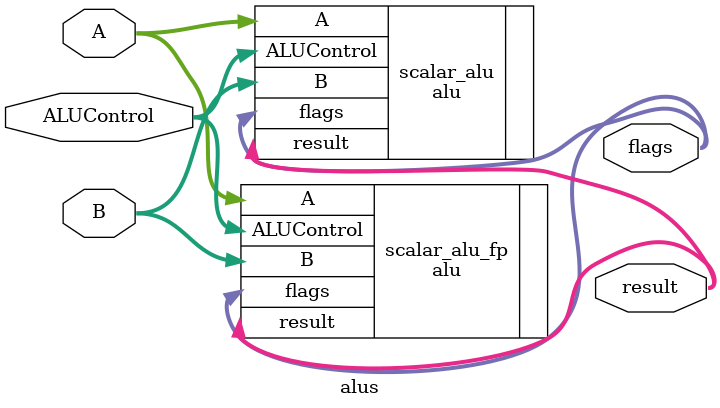
<source format=sv>
/*
Modulo para instancias alu escalar normal y de punto fijo
Date: 7/04/24
HACER TESTBENCH 
*/

`timescale 1 ps / 100 fs

module alus #(parameter N = 24)(
        input [N-1:0]           A,
        input [N-1:0]           B,
        input [2:0]    ALUControl,

        output [N-1:0]     result,
        output [3:0]        flags
);

alu #(N) scalar_alu(.A(A),
                    .B(B),
                    .ALUControl(ALUControl),
                    .result(result),
                    .flags(flags)
);

alu #(N) scalar_alu_fp(.A(A),
                       .B(B),
                       .ALUControl(ALUControl),
                       .result(result),
                       .flags(flags)
);

endmodule
</source>
